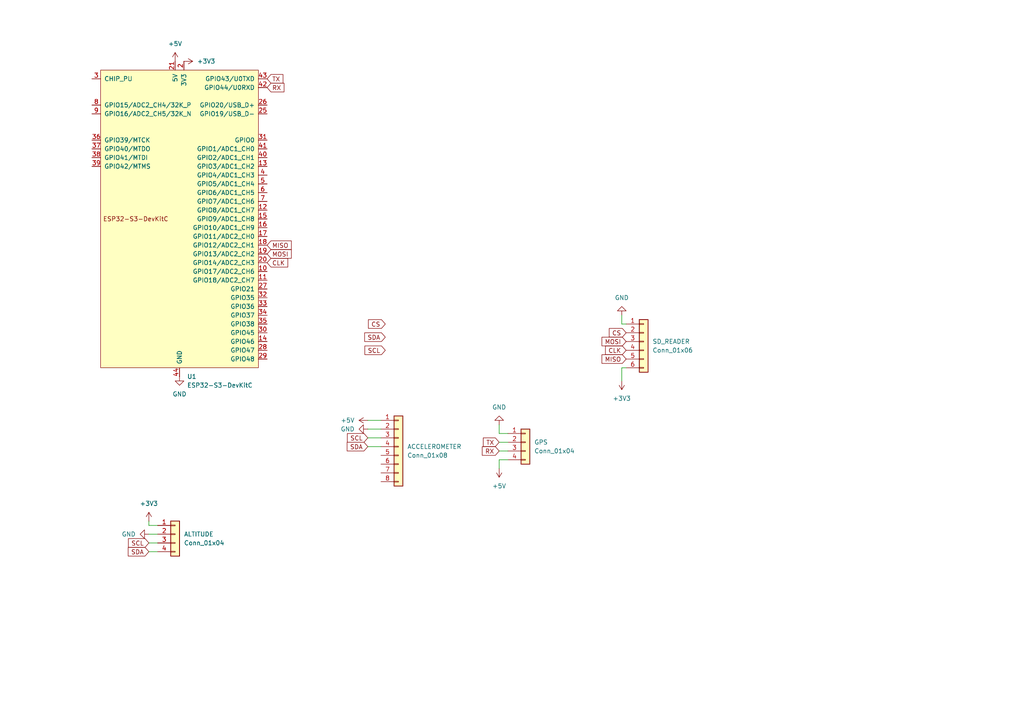
<source format=kicad_sch>
(kicad_sch (version 20231120) (generator "eeschema") (generator_version "8.0")
  (paper "A4")
  (lib_symbols
    (symbol "Connector_Generic:Conn_01x04" (pin_names (offset 1.016) hide)
      (property "Reference" "J" (at 0 5.08 0))
      (property "Value" "Conn_01x04" (at 0 -7.62 0))
      (symbol "Conn_01x04_1_1"
        (rectangle (start -1.27 -4.953) (end 0 -5.207) (stroke (width 0.1524)))
        (rectangle (start -1.27 -2.413) (end 0 -2.667) (stroke (width 0.1524)))
        (rectangle (start -1.27 0.127) (end 0 -0.127) (stroke (width 0.1524)))
        (rectangle (start -1.27 2.667) (end 0 2.413) (stroke (width 0.1524)))
        (rectangle (start -1.27 3.81) (end 1.27 -6.35) (stroke (width 0.254)) (fill (type background)))
        (pin passive line (at -5.08 2.54 0) (length 3.81) (name "Pin_1") (number "1"))
        (pin passive line (at -5.08 0 0) (length 3.81) (name "Pin_2") (number "2"))
        (pin passive line (at -5.08 -2.54 0) (length 3.81) (name "Pin_3") (number "3"))
        (pin passive line (at -5.08 -5.08 0) (length 3.81) (name "Pin_4") (number "4"))
      )
    )
    (symbol "Connector_Generic:Conn_01x06" (pin_names (offset 1.016) hide)
      (property "Reference" "J" (at 0 7.62 0))
      (property "Value" "Conn_01x06" (at 0 -10.16 0))
      (symbol "Conn_01x06_1_1"
        (rectangle (start -1.27 -7.493) (end 0 -7.747) (stroke (width 0.1524)))
        (rectangle (start -1.27 -4.953) (end 0 -5.207) (stroke (width 0.1524)))
        (rectangle (start -1.27 -2.413) (end 0 -2.667) (stroke (width 0.1524)))
        (rectangle (start -1.27 0.127) (end 0 -0.127) (stroke (width 0.1524)))
        (rectangle (start -1.27 2.667) (end 0 2.413) (stroke (width 0.1524)))
        (rectangle (start -1.27 5.207) (end 0 4.953) (stroke (width 0.1524)))
        (rectangle (start -1.27 6.35) (end 1.27 -8.89) (stroke (width 0.254)) (fill (type background)))
        (pin passive line (at -5.08 5.08 0) (length 3.81) (name "Pin_1") (number "1"))
        (pin passive line (at -5.08 2.54 0) (length 3.81) (name "Pin_2") (number "2"))
        (pin passive line (at -5.08 0 0) (length 3.81) (name "Pin_3") (number "3"))
        (pin passive line (at -5.08 -2.54 0) (length 3.81) (name "Pin_4") (number "4"))
        (pin passive line (at -5.08 -5.08 0) (length 3.81) (name "Pin_5") (number "5"))
        (pin passive line (at -5.08 -7.62 0) (length 3.81) (name "Pin_6") (number "6"))
      )
    )
    (symbol "Connector_Generic:Conn_01x08" (pin_names (offset 1.016) hide)
      (property "Reference" "J" (at 0 10.16 0))
      (property "Value" "Conn_01x08" (at 0 -12.7 0))
      (symbol "Conn_01x08_1_1"
        (rectangle (start -1.27 -10.033) (end 0 -10.287) (stroke (width 0.1524)))
        (rectangle (start -1.27 -7.493) (end 0 -7.747) (stroke (width 0.1524)))
        (rectangle (start -1.27 -4.953) (end 0 -5.207) (stroke (width 0.1524)))
        (rectangle (start -1.27 -2.413) (end 0 -2.667) (stroke (width 0.1524)))
        (rectangle (start -1.27 0.127) (end 0 -0.127) (stroke (width 0.1524)))
        (rectangle (start -1.27 2.667) (end 0 2.413) (stroke (width 0.1524)))
        (rectangle (start -1.27 5.207) (end 0 4.953) (stroke (width 0.1524)))
        (rectangle (start -1.27 7.747) (end 0 7.493) (stroke (width 0.1524)))
        (rectangle (start -1.27 8.89) (end 1.27 -11.43) (stroke (width 0.254)) (fill (type background)))
        (pin passive line (at -5.08 7.62 0) (length 3.81) (name "Pin_1") (number "1"))
        (pin passive line (at -5.08 5.08 0) (length 3.81) (name "Pin_2") (number "2"))
        (pin passive line (at -5.08 2.54 0) (length 3.81) (name "Pin_3") (number "3"))
        (pin passive line (at -5.08 0 0) (length 3.81) (name "Pin_4") (number "4"))
        (pin passive line (at -5.08 -2.54 0) (length 3.81) (name "Pin_5") (number "5"))
        (pin passive line (at -5.08 -5.08 0) (length 3.81) (name "Pin_6") (number "6"))
        (pin passive line (at -5.08 -7.62 0) (length 3.81) (name "Pin_7") (number "7"))
        (pin passive line (at -5.08 -10.16 0) (length 3.81) (name "Pin_8") (number "8"))
      )
    )
    (symbol "PCM_Espressif:ESP32-S3-DevKitC" (pin_names (offset 1.016))
      (property "Reference" "U" (at -22.86 48.26 0))
      (property "Value" "ESP32-S3-DevKitC" (at -22.86 45.72 0))
      (symbol "ESP32-S3-DevKitC_0_0"
        (text "ESP32-S3-DevKitC" (at -12.7 0 0) (effects (font (size 1.27 1.27))))
        (pin bidirectional line (at 25.4 -35.56 180) (length 2.54) (name "GPIO46") (number "14"))
        (pin bidirectional line (at 25.4 -10.16 180) (length 2.54) (name "GPIO13/ADC2_CH2") (number "19"))
        (pin bidirectional line (at -25.4 15.24 0) (length 2.54) (name "GPIO42/MTMS") (number "39"))
        (pin bidirectional line (at 25.4 17.78 180) (length 2.54) (name "GPIO2/ADC1_CH1") (number "40"))
        (pin bidirectional line (at 25.4 20.32 180) (length 2.54) (name "GPIO1/ADC1_CH0") (number "41"))
        (pin bidirectional line (at 25.4 38.1 180) (length 2.54) (name "GPIO44/U0RXD") (number "42"))
        (pin bidirectional line (at 25.4 40.64 180) (length 2.54) (name "GPIO43/U0TXD") (number "43"))
        (pin power_in line (at 0 -45.72 90) (length 2.54) (name "GND") (number "44"))
      )
      (symbol "ESP32-S3-DevKitC_0_1"
        (rectangle (start -22.86 43.18) (end 22.86 -43.18) (fill (type background)))
        (pin power_in line (at 1.27 45.72 270) (length 2.54) (name "3V3") (number "2"))
      )
      (symbol "ESP32-S3-DevKitC_1_1"
        (pin passive line (at 1.27 45.72 270) (length 2.54) hide (name "3V3") (number "1"))
        (pin bidirectional line (at 25.4 -15.24 180) (length 2.54) (name "GPIO17/ADC2_CH6") (number "10"))
        (pin bidirectional line (at 25.4 -17.78 180) (length 2.54) (name "GPIO18/ADC2_CH7") (number "11"))
        (pin bidirectional line (at 25.4 2.54 180) (length 2.54) (name "GPIO8/ADC1_CH7") (number "12"))
        (pin bidirectional line (at 25.4 15.24 180) (length 2.54) (name "GPIO3/ADC1_CH2") (number "13"))
        (pin bidirectional line (at 25.4 0 180) (length 2.54) (name "GPIO9/ADC1_CH8") (number "15"))
        (pin bidirectional line (at 25.4 -2.54 180) (length 2.54) (name "GPIO10/ADC1_CH9") (number "16"))
        (pin bidirectional line (at 25.4 -5.08 180) (length 2.54) (name "GPIO11/ADC2_CH0") (number "17"))
        (pin bidirectional line (at 25.4 -7.62 180) (length 2.54) (name "GPIO12/ADC2_CH1") (number "18"))
        (pin bidirectional line (at 25.4 -12.7 180) (length 2.54) (name "GPIO14/ADC2_CH3") (number "20"))
        (pin power_in line (at -1.27 45.72 270) (length 2.54) (name "5V") (number "21"))
        (pin passive line (at 0 -45.72 90) (length 2.54) hide (name "GND") (number "22"))
        (pin passive line (at 0 -45.72 90) (length 2.54) hide (name "GND") (number "23"))
        (pin passive line (at 0 -45.72 90) (length 2.54) hide (name "GND") (number "24"))
        (pin bidirectional line (at 25.4 30.48 180) (length 2.54) (name "GPIO19/USB_D-") (number "25"))
        (pin bidirectional line (at 25.4 33.02 180) (length 2.54) (name "GPIO20/USB_D+") (number "26"))
        (pin bidirectional line (at 25.4 -20.32 180) (length 2.54) (name "GPIO21") (number "27"))
        (pin bidirectional line (at 25.4 -38.1 180) (length 2.54) (name "GPIO47") (number "28"))
        (pin bidirectional line (at 25.4 -40.64 180) (length 2.54) (name "GPIO48") (number "29"))
        (pin input line (at -25.4 40.64 0) (length 2.54) (name "CHIP_PU") (number "3"))
        (pin bidirectional line (at 25.4 -33.02 180) (length 2.54) (name "GPIO45") (number "30"))
        (pin bidirectional line (at 25.4 22.86 180) (length 2.54) (name "GPIO0") (number "31"))
        (pin bidirectional line (at 25.4 -22.86 180) (length 2.54) (name "GPIO35") (number "32"))
        (pin bidirectional line (at 25.4 -25.4 180) (length 2.54) (name "GPIO36") (number "33"))
        (pin bidirectional line (at 25.4 -27.94 180) (length 2.54) (name "GPIO37") (number "34"))
        (pin bidirectional line (at 25.4 -30.48 180) (length 2.54) (name "GPIO38") (number "35"))
        (pin bidirectional line (at -25.4 22.86 0) (length 2.54) (name "GPIO39/MTCK") (number "36"))
        (pin bidirectional line (at -25.4 20.32 0) (length 2.54) (name "GPIO40/MTDO") (number "37"))
        (pin bidirectional line (at -25.4 17.78 0) (length 2.54) (name "GPIO41/MTDI") (number "38"))
        (pin bidirectional line (at 25.4 12.7 180) (length 2.54) (name "GPIO4/ADC1_CH3") (number "4"))
        (pin bidirectional line (at 25.4 10.16 180) (length 2.54) (name "GPIO5/ADC1_CH4") (number "5"))
        (pin bidirectional line (at 25.4 7.62 180) (length 2.54) (name "GPIO6/ADC1_CH5") (number "6"))
        (pin bidirectional line (at 25.4 5.08 180) (length 2.54) (name "GPIO7/ADC1_CH6") (number "7"))
        (pin bidirectional line (at -25.4 33.02 0) (length 2.54) (name "GPIO15/ADC2_CH4/32K_P") (number "8"))
        (pin bidirectional line (at -25.4 30.48 0) (length 2.54) (name "GPIO16/ADC2_CH5/32K_N") (number "9"))
      )
    )
    (symbol "power:+3V3" (power) (pin_numbers hide) (pin_names (offset 0) hide)
      (property "Value" "+3V3" (at 0 3.556 0))
      (symbol "+3V3_0_1"
        (polyline (pts (xy -0.762 1.27) (xy 0 2.54)))
        (polyline (pts (xy 0 0) (xy 0 2.54)))
        (polyline (pts (xy 0 2.54) (xy 0.762 1.27)))
      )
      (symbol "+3V3_1_1"
        (pin power_in line (at 0 0 90) (length 0) (name "~") (number "1"))
      )
    )
    (symbol "power:+5V" (power) (pin_numbers hide) (pin_names (offset 0) hide)
      (property "Value" "+5V" (at 0 3.556 0))
      (symbol "+5V_0_1"
        (polyline (pts (xy -0.762 1.27) (xy 0 2.54)))
        (polyline (pts (xy 0 0) (xy 0 2.54)))
        (polyline (pts (xy 0 2.54) (xy 0.762 1.27)))
      )
      (symbol "+5V_1_1"
        (pin power_in line (at 0 0 90) (length 0) (name "~") (number "1"))
      )
    )
    (symbol "power:GND" (power) (pin_numbers hide) (pin_names (offset 0) hide)
      (property "Value" "GND" (at 0 -3.81 0))
      (symbol "GND_0_1"
        (polyline (pts (xy 0 0) (xy 0 -1.27) (xy 1.27 -1.27) (xy 0 -2.54) (xy -1.27 -1.27) (xy 0 -1.27)))
      )
      (symbol "GND_1_1"
        (pin power_in line (at 0 0 270) (length 0) (name "~") (number "1"))
      )
    )
  )
  (wire (pts (xy 43.18 152.4) (xy 45.72 152.4)))
  (wire (pts (xy 147.32 133.35) (xy 144.78 133.35)))
  (wire (pts (xy 106.68 121.92) (xy 110.49 121.92)))
  (wire (pts (xy 180.34 106.68) (xy 180.34 110.49)))
  (wire (pts (xy 180.34 91.44) (xy 180.34 93.98)))
  (wire (pts (xy 181.61 106.68) (xy 180.34 106.68)))
  (wire (pts (xy 106.68 129.54) (xy 110.49 129.54)))
  (wire (pts (xy 43.18 154.94) (xy 45.72 154.94)))
  (wire (pts (xy 180.34 93.98) (xy 181.61 93.98)))
  (wire (pts (xy 144.78 125.73) (xy 147.32 125.73)))
  (wire (pts (xy 106.68 127) (xy 110.49 127)))
  (wire (pts (xy 144.78 130.81) (xy 147.32 130.81)))
  (wire (pts (xy 106.68 124.46) (xy 110.49 124.46)))
  (wire (pts (xy 144.78 133.35) (xy 144.78 135.89)))
  (wire (pts (xy 43.18 160.02) (xy 45.72 160.02)))
  (wire (pts (xy 43.18 151.13) (xy 43.18 152.4)))
  (wire (pts (xy 144.78 123.19) (xy 144.78 125.73)))
  (wire (pts (xy 43.18 157.48) (xy 45.72 157.48)))
  (wire (pts (xy 144.78 128.27) (xy 147.32 128.27)))
  (global_label "SDA" (shape input) (at 43.18 160.02 180) (property "Intersheetrefs" "${INTERSHEET_REFS}" (effects (hide yes))))
  (global_label "MISO" (shape input) (at 181.61 104.14 180) (property "Intersheetrefs" "${INTERSHEET_REFS}" (effects (hide yes))))
  (global_label "TX" (shape input) (at 77.47 22.86 0) (property "Intersheetrefs" "${INTERSHEET_REFS}" (effects (hide yes))))
  (global_label "RX" (shape input) (at 77.47 25.4 0) (property "Intersheetrefs" "${INTERSHEET_REFS}" (effects (hide yes))))
  (global_label "SCL" (shape input) (at 43.18 157.48 180) (property "Intersheetrefs" "${INTERSHEET_REFS}" (effects (hide yes))))
  (global_label "TX" (shape input) (at 144.78 128.27 180) (property "Intersheetrefs" "${INTERSHEET_REFS}" (effects (hide yes))))
  (global_label "MOSI" (shape input) (at 77.47 73.66 0) (property "Intersheetrefs" "${INTERSHEET_REFS}" (effects (hide yes))))
  (global_label "RX" (shape input) (at 144.78 130.81 180) (property "Intersheetrefs" "${INTERSHEET_REFS}" (effects (hide yes))))
  (global_label "MOSI" (shape input) (at 181.61 99.06 180) (property "Intersheetrefs" "${INTERSHEET_REFS}" (effects (hide yes))))
  (global_label "MISO" (shape input) (at 77.47 71.12 0) (property "Intersheetrefs" "${INTERSHEET_REFS}" (effects (hide yes))))
  (global_label "SDA" (shape input) (at 106.68 129.54 180) (property "Intersheetrefs" "${INTERSHEET_REFS}" (effects (hide yes))))
  (global_label "SDA" (shape input) (at 111.76 97.79 180) (property "Intersheetrefs" "${INTERSHEET_REFS}" (effects (hide yes))))
  (global_label "CS" (shape input) (at 111.76 93.98 180) (property "Intersheetrefs" "${INTERSHEET_REFS}" (effects (hide yes))))
  (global_label "CS" (shape input) (at 181.61 96.52 180) (property "Intersheetrefs" "${INTERSHEET_REFS}" (effects (hide yes))))
  (global_label "CLK" (shape input) (at 181.61 101.6 180) (property "Intersheetrefs" "${INTERSHEET_REFS}" (effects (hide yes))))
  (global_label "CLK" (shape input) (at 77.47 76.2 0) (property "Intersheetrefs" "${INTERSHEET_REFS}" (effects (hide yes))))
  (global_label "SCL" (shape input) (at 106.68 127 180) (property "Intersheetrefs" "${INTERSHEET_REFS}" (effects (hide yes))))
  (global_label "SCL" (shape input) (at 111.76 101.6 180) (property "Intersheetrefs" "${INTERSHEET_REFS}" (effects (hide yes))))
  (symbol (lib_id "power:GND") (at 144.78 123.19 180) (unit 1)
    (property "Reference" "#PWR05" (effects (hide yes)))
    (property "Value" "GND" (at 144.78 118.11 0))
    (property "Description" "Power symbol creates a global label with name \"GND\" , ground" (effects (hide yes)))
  )
  (symbol (lib_id "Connector_Generic:Conn_01x04") (at 152.4 128.27 0) (unit 1)
    (property "Reference" "GPS" (at 154.94 128.2699 0) (effects (justify left)))
    (property "Value" "Conn_01x04" (at 154.94 130.8099 0) (effects (justify left)))
    (property "Footprint" "Connector_PinHeader_2.54mm:PinHeader_1x04_P2.54mm_Vertical" (effects (hide yes)))
    (property "Description" "Generic connector, single row, 01x04, script generated (kicad-library-utils/schlib/autogen/connector/)" (effects (hide yes)))
  )
  (symbol (lib_id "power:GND") (at 106.68 124.46 270) (unit 1)
    (property "Reference" "#PWR08" (effects (hide yes)))
    (property "Value" "GND" (at 102.87 124.4599 90) (effects (justify right)))
    (property "Description" "Power symbol creates a global label with name \"GND\" , ground" (effects (hide yes)))
  )
  (symbol (lib_id "power:GND") (at 180.34 91.44 180) (unit 1)
    (property "Reference" "#PWR09" (effects (hide yes)))
    (property "Value" "GND" (at 180.34 86.36 0))
    (property "Description" "Power symbol creates a global label with name \"GND\" , ground" (effects (hide yes)))
  )
  (symbol (lib_id "power:+5V") (at 106.68 121.92 90) (unit 1)
    (property "Reference" "#PWR04" (effects (hide yes)))
    (property "Value" "+5V" (at 102.87 121.9199 90) (effects (justify left)))
    (property "Description" "Power symbol creates a global label with name \"+5V\"" (effects (hide yes)))
  )
  (symbol (lib_id "power:+3V3") (at 180.34 110.49 180) (unit 1)
    (property "Reference" "#PWR03" (effects (hide yes)))
    (property "Value" "+3V3" (at 180.34 115.57 0))
    (property "Description" "Power symbol creates a global label with name \"+3V3\"" (effects (hide yes)))
  )
  (symbol (lib_id "Connector_Generic:Conn_01x08") (at 115.57 129.54 0) (unit 1)
    (property "Reference" "ACCELEROMETER" (at 118.11 129.5399 0) (effects (justify left)))
    (property "Value" "Conn_01x08" (at 118.11 132.0799 0) (effects (justify left)))
    (property "Footprint" "Connector_PinHeader_2.54mm:PinHeader_1x08_P2.54mm_Vertical" (effects (hide yes)))
    (property "Description" "Generic connector, single row, 01x08, script generated (kicad-library-utils/schlib/autogen/connector/)" (effects (hide yes)))
  )
  (symbol (lib_id "power:+5V") (at 50.8 17.78 0) (unit 1)
    (property "Reference" "#PWR02" (effects (hide yes)))
    (property "Value" "+5V" (at 50.8 12.7 0))
    (property "Description" "Power symbol creates a global label with name \"+5V\"" (effects (hide yes)))
  )
  (symbol (lib_id "power:+3V3") (at 43.18 151.13 0) (unit 1)
    (property "Reference" "#PWR010" (effects (hide yes)))
    (property "Value" "+3V3" (at 43.18 146.05 0))
    (property "Description" "Power symbol creates a global label with name \"+3V3\"" (effects (hide yes)))
  )
  (symbol (lib_id "power:GND") (at 43.18 154.94 270) (unit 1)
    (property "Reference" "#PWR011" (effects (hide yes)))
    (property "Value" "GND" (at 39.37 154.9399 90) (effects (justify right)))
    (property "Description" "Power symbol creates a global label with name \"GND\" , ground" (effects (hide yes)))
  )
  (symbol (lib_id "Connector_Generic:Conn_01x04") (at 50.8 154.94 0) (unit 1)
    (property "Reference" "ALTITUDE" (at 53.34 154.9399 0) (effects (justify left)))
    (property "Value" "Conn_01x04" (at 53.34 157.4799 0) (effects (justify left)))
    (property "Footprint" "Connector_PinHeader_2.54mm:PinHeader_1x04_P2.54mm_Vertical" (effects (hide yes)))
    (property "Description" "Generic connector, single row, 01x04, script generated (kicad-library-utils/schlib/autogen/connector/)" (effects (hide yes)))
  )
  (symbol (lib_id "power:+5V") (at 144.78 135.89 180) (unit 1)
    (property "Reference" "#PWR07" (effects (hide yes)))
    (property "Value" "+5V" (at 144.78 140.97 0))
    (property "Description" "Power symbol creates a global label with name \"+5V\"" (effects (hide yes)))
  )
  (symbol (lib_id "power:GND") (at 52.07 109.22 0) (unit 1)
    (property "Reference" "#PWR01" (effects (hide yes)))
    (property "Value" "GND" (at 52.07 114.3 0))
    (property "Description" "Power symbol creates a global label with name \"GND\" , ground" (effects (hide yes)))
  )
  (symbol (lib_id "power:+3V3") (at 53.34 17.78 270) (unit 1)
    (property "Reference" "#PWR06" (effects (hide yes)))
    (property "Value" "+3V3" (at 57.15 17.7799 90) (effects (justify left)))
    (property "Description" "Power symbol creates a global label with name \"+3V3\"" (effects (hide yes)))
  )
  (symbol (lib_id "Connector_Generic:Conn_01x06") (at 186.69 99.06 0) (unit 1)
    (property "Reference" "SD_READER" (at 189.23 99.0599 0) (effects (justify left)))
    (property "Value" "Conn_01x06" (at 189.23 101.5999 0) (effects (justify left)))
    (property "Footprint" "Connector_PinHeader_2.54mm:PinHeader_1x06_P2.54mm_Vertical" (effects (hide yes)))
    (property "Description" "Generic connector, single row, 01x06, script generated (kicad-library-utils/schlib/autogen/connector/)" (effects (hide yes)))
  )
  (symbol (lib_id "PCM_Espressif:ESP32-S3-DevKitC") (at 52.07 63.5 0) (unit 1)
    (property "Reference" "U1" (at 54.2641 109.22 0) (effects (justify left)))
    (property "Value" "ESP32-S3-DevKitC" (at 54.2641 111.76 0) (effects (justify left)))
    (property "Footprint" "PCM_Espressif:ESP32-S3-DevKitC" (effects (hide yes)))
    (property "Description" "ESP32-S3-DevKitC" (effects (hide yes)))
  )
)
</source>
